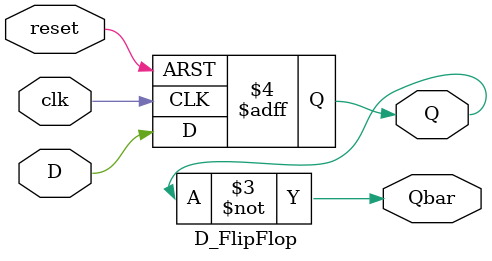
<source format=v>


module D_FlipFlop(clk, reset, D, Q, Qbar);

input clk; 
input reset;
input D; 
output reg Q;
output Qbar; 

always@(posedge clk or posedge reset) 
begin

if(reset == 1)
Q <= 1'b0;
else
Q <= D; 

end

assign Qbar = ~Q; 

endmodule
</source>
